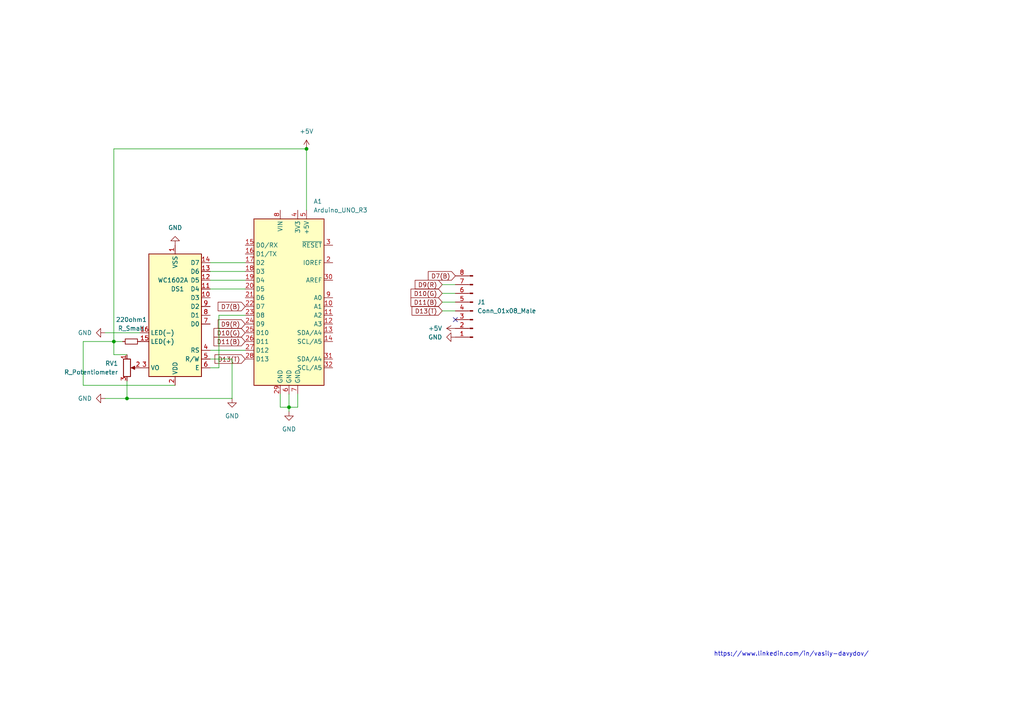
<source format=kicad_sch>
(kicad_sch (version 20211123) (generator eeschema)
  (paper "A4")
  (lib_symbols
    (symbol "Connector:Conn_01x08_Male" (pin_names (offset 1.016) hide)
      (property "Reference" "J" (at 0 10.16 0))
      (property "Value" "Conn_01x08_Male" (at 0 -12.7 0))
      (symbol "Conn_01x08_Male_1_1"
        (polyline (pts (xy 1.27 -10.16) (xy 0.8636 -10.16)) (stroke (width 0.1524)))
        (polyline (pts (xy 1.27 -7.62) (xy 0.8636 -7.62)) (stroke (width 0.1524)))
        (polyline (pts (xy 1.27 -5.08) (xy 0.8636 -5.08)) (stroke (width 0.1524)))
        (polyline (pts (xy 1.27 -2.54) (xy 0.8636 -2.54)) (stroke (width 0.1524)))
        (polyline (pts (xy 1.27 0) (xy 0.8636 0)) (stroke (width 0.1524)))
        (polyline (pts (xy 1.27 2.54) (xy 0.8636 2.54)) (stroke (width 0.1524)))
        (polyline (pts (xy 1.27 5.08) (xy 0.8636 5.08)) (stroke (width 0.1524)))
        (polyline (pts (xy 1.27 7.62) (xy 0.8636 7.62)) (stroke (width 0.1524)))
        (rectangle (start 0.8636 -10.033) (end 0 -10.287) (stroke (width 0.1524)) (fill (type outline)))
        (rectangle (start 0.8636 -7.493) (end 0 -7.747) (stroke (width 0.1524)) (fill (type outline)))
        (rectangle (start 0.8636 -4.953) (end 0 -5.207) (stroke (width 0.1524)) (fill (type outline)))
        (rectangle (start 0.8636 -2.413) (end 0 -2.667) (stroke (width 0.1524)) (fill (type outline)))
        (rectangle (start 0.8636 0.127) (end 0 -0.127) (stroke (width 0.1524)) (fill (type outline)))
        (rectangle (start 0.8636 2.667) (end 0 2.413) (stroke (width 0.1524)) (fill (type outline)))
        (rectangle (start 0.8636 5.207) (end 0 4.953) (stroke (width 0.1524)) (fill (type outline)))
        (rectangle (start 0.8636 7.747) (end 0 7.493) (stroke (width 0.1524)) (fill (type outline)))
        (pin passive line (at 5.08 7.62 180) (length 3.81) (name "Pin_1") (number "1"))
        (pin passive line (at 5.08 5.08 180) (length 3.81) (name "Pin_2") (number "2"))
        (pin passive line (at 5.08 2.54 180) (length 3.81) (name "Pin_3") (number "3"))
        (pin passive line (at 5.08 0 180) (length 3.81) (name "Pin_4") (number "4"))
        (pin passive line (at 5.08 -2.54 180) (length 3.81) (name "Pin_5") (number "5"))
        (pin passive line (at 5.08 -5.08 180) (length 3.81) (name "Pin_6") (number "6"))
        (pin passive line (at 5.08 -7.62 180) (length 3.81) (name "Pin_7") (number "7"))
        (pin passive line (at 5.08 -10.16 180) (length 3.81) (name "Pin_8") (number "8"))
      )
    )
    (symbol "Device:R_Potentiometer" (pin_names (offset 1.016) hide)
      (property "Reference" "RV" (at -4.445 0 90))
      (property "Value" "R_Potentiometer" (at -2.54 0 90))
      (symbol "R_Potentiometer_0_1"
        (polyline (pts (xy 2.54 0) (xy 1.524 0)))
        (polyline (pts (xy 1.143 0) (xy 2.286 0.508) (xy 2.286 -0.508) (xy 1.143 0)) (fill (type outline)))
        (rectangle (start 1.016 2.54) (end -1.016 -2.54) (stroke (width 0.254)))
      )
      (symbol "R_Potentiometer_1_1"
        (pin passive line (at 0 3.81 270) (length 1.27) (name "1") (number "1"))
        (pin passive line (at 3.81 0 180) (length 1.27) (name "2") (number "2"))
        (pin passive line (at 0 -3.81 90) (length 1.27) (name "3") (number "3"))
      )
    )
    (symbol "Device:R_Small" (pin_numbers hide) (pin_names (offset 0.254) hide)
      (property "Reference" "R" (at 0.762 0.508 0))
      (property "Value" "R_Small" (at 0.762 -1.016 0))
      (symbol "R_Small_0_1"
        (rectangle (start -0.762 1.778) (end 0.762 -1.778) (stroke (width 0.2032)))
      )
      (symbol "R_Small_1_1"
        (pin passive line (at 0 2.54 270) (length 0.762) (name "~") (number "1"))
        (pin passive line (at 0 -2.54 90) (length 0.762) (name "~") (number "2"))
      )
    )
    (symbol "Display_Character:WC1602A"
      (property "Reference" "DS" (at -5.842 19.05 0))
      (property "Value" "WC1602A" (at 5.334 19.05 0))
      (symbol "WC1602A_1_1"
        (rectangle (start -7.62 17.78) (end 7.62 -17.78) (stroke (width 0.254)) (fill (type background)))
        (pin power_in line (at 0 -20.32 90) (length 2.54) (name "VSS") (number "1"))
        (pin input line (at -10.16 -5.08 0) (length 2.54) (name "D3") (number "10"))
        (pin input line (at -10.16 -7.62 0) (length 2.54) (name "D4") (number "11"))
        (pin input line (at -10.16 -10.16 0) (length 2.54) (name "D5") (number "12"))
        (pin input line (at -10.16 -12.7 0) (length 2.54) (name "D6") (number "13"))
        (pin input line (at -10.16 -15.24 0) (length 2.54) (name "D7") (number "14"))
        (pin power_in line (at 10.16 7.62 180) (length 2.54) (name "LED(+)") (number "15"))
        (pin power_in line (at 10.16 5.08 180) (length 2.54) (name "LED(-)") (number "16"))
        (pin power_in line (at 0 20.32 270) (length 2.54) (name "VDD") (number "2"))
        (pin input line (at 10.16 15.24 180) (length 2.54) (name "VO") (number "3"))
        (pin input line (at -10.16 10.16 0) (length 2.54) (name "RS") (number "4"))
        (pin input line (at -10.16 12.7 0) (length 2.54) (name "R/W") (number "5"))
        (pin input line (at -10.16 15.24 0) (length 2.54) (name "E") (number "6"))
        (pin input line (at -10.16 2.54 0) (length 2.54) (name "D0") (number "7"))
        (pin input line (at -10.16 0 0) (length 2.54) (name "D1") (number "8"))
        (pin input line (at -10.16 -2.54 0) (length 2.54) (name "D2") (number "9"))
      )
    )
    (symbol "MCU_Module:Arduino_UNO_R3"
      (property "Reference" "A" (at -10.16 23.495 0))
      (property "Value" "Arduino_UNO_R3" (at 5.08 -26.67 0))
      (symbol "Arduino_UNO_R3_0_1"
        (rectangle (start -10.16 22.86) (end 10.16 -25.4) (stroke (width 0.254)) (fill (type background)))
      )
      (symbol "Arduino_UNO_R3_1_1"
        (pin no_connect line (at -10.16 -20.32 0) (length 2.54) hide (name "NC") (number "1"))
        (pin bidirectional line (at 12.7 -2.54 180) (length 2.54) (name "A1") (number "10"))
        (pin bidirectional line (at 12.7 -5.08 180) (length 2.54) (name "A2") (number "11"))
        (pin bidirectional line (at 12.7 -7.62 180) (length 2.54) (name "A3") (number "12"))
        (pin bidirectional line (at 12.7 -10.16 180) (length 2.54) (name "SDA/A4") (number "13"))
        (pin bidirectional line (at 12.7 -12.7 180) (length 2.54) (name "SCL/A5") (number "14"))
        (pin bidirectional line (at -12.7 15.24 0) (length 2.54) (name "D0/RX") (number "15"))
        (pin bidirectional line (at -12.7 12.7 0) (length 2.54) (name "D1/TX") (number "16"))
        (pin bidirectional line (at -12.7 10.16 0) (length 2.54) (name "D2") (number "17"))
        (pin bidirectional line (at -12.7 7.62 0) (length 2.54) (name "D3") (number "18"))
        (pin bidirectional line (at -12.7 5.08 0) (length 2.54) (name "D4") (number "19"))
        (pin output line (at 12.7 10.16 180) (length 2.54) (name "IOREF") (number "2"))
        (pin bidirectional line (at -12.7 2.54 0) (length 2.54) (name "D5") (number "20"))
        (pin bidirectional line (at -12.7 0 0) (length 2.54) (name "D6") (number "21"))
        (pin bidirectional line (at -12.7 -2.54 0) (length 2.54) (name "D7") (number "22"))
        (pin bidirectional line (at -12.7 -5.08 0) (length 2.54) (name "D8") (number "23"))
        (pin bidirectional line (at -12.7 -7.62 0) (length 2.54) (name "D9") (number "24"))
        (pin bidirectional line (at -12.7 -10.16 0) (length 2.54) (name "D10") (number "25"))
        (pin bidirectional line (at -12.7 -12.7 0) (length 2.54) (name "D11") (number "26"))
        (pin bidirectional line (at -12.7 -15.24 0) (length 2.54) (name "D12") (number "27"))
        (pin bidirectional line (at -12.7 -17.78 0) (length 2.54) (name "D13") (number "28"))
        (pin power_in line (at -2.54 -27.94 90) (length 2.54) (name "GND") (number "29"))
        (pin input line (at 12.7 15.24 180) (length 2.54) (name "~{RESET}") (number "3"))
        (pin input line (at 12.7 5.08 180) (length 2.54) (name "AREF") (number "30"))
        (pin bidirectional line (at 12.7 -17.78 180) (length 2.54) (name "SDA/A4") (number "31"))
        (pin bidirectional line (at 12.7 -20.32 180) (length 2.54) (name "SCL/A5") (number "32"))
        (pin power_out line (at 2.54 25.4 270) (length 2.54) (name "3V3") (number "4"))
        (pin power_out line (at 5.08 25.4 270) (length 2.54) (name "+5V") (number "5"))
        (pin power_in line (at 0 -27.94 90) (length 2.54) (name "GND") (number "6"))
        (pin power_in line (at 2.54 -27.94 90) (length 2.54) (name "GND") (number "7"))
        (pin power_in line (at -2.54 25.4 270) (length 2.54) (name "VIN") (number "8"))
        (pin bidirectional line (at 12.7 0 180) (length 2.54) (name "A0") (number "9"))
      )
    )
    (symbol "power:+5V" (power) (pin_names (offset 0))
      (property "Value" "+5V" (at 0 3.556 0))
      (symbol "+5V_0_1"
        (polyline (pts (xy -0.762 1.27) (xy 0 2.54)))
        (polyline (pts (xy 0 0) (xy 0 2.54)))
        (polyline (pts (xy 0 2.54) (xy 0.762 1.27)))
      )
      (symbol "+5V_1_1"
        (pin power_in line (at 0 0 90) (length 0) hide (name "+5V") (number "1"))
      )
    )
    (symbol "power:GND" (power) (pin_names (offset 0))
      (property "Value" "GND" (at 0 -3.81 0))
      (symbol "GND_0_1"
        (polyline (pts (xy 0 0) (xy 0 -1.27) (xy 1.27 -1.27) (xy 0 -2.54) (xy -1.27 -1.27) (xy 0 -1.27)))
      )
      (symbol "GND_1_1"
        (pin power_in line (at 0 0 270) (length 0) hide (name "GND") (number "1"))
      )
    )
  )
  (junction (at 33.02 99.06))
  (junction (at 36.83 115.57))
  (junction (at 88.9 43.18))
  (junction (at 83.82 118.11))
  (no_connect (at 132.08 92.71))
  (wire (pts (xy 60.96 78.74) (xy 71.12 78.74)))
  (wire (pts (xy 40.64 96.52) (xy 30.48 96.52)))
  (wire (pts (xy 60.96 104.14) (xy 67.31 104.14)))
  (wire (pts (xy 36.83 102.87) (xy 33.02 102.87)))
  (wire (pts (xy 83.82 114.3) (xy 83.82 118.11)))
  (wire (pts (xy 33.02 99.06) (xy 33.02 102.87)))
  (wire (pts (xy 63.5 91.44) (xy 71.12 91.44)))
  (wire (pts (xy 60.96 76.2) (xy 71.12 76.2)))
  (wire (pts (xy 128.27 85.09) (xy 132.08 85.09)))
  (wire (pts (xy 83.82 118.11) (xy 86.36 118.11)))
  (wire (pts (xy 88.9 60.96) (xy 88.9 43.18)))
  (wire (pts (xy 81.28 114.3) (xy 81.28 118.11)))
  (wire (pts (xy 35.56 99.06) (xy 33.02 99.06)))
  (wire (pts (xy 128.27 87.63) (xy 132.08 87.63)))
  (wire (pts (xy 36.83 115.57) (xy 67.31 115.57)))
  (wire (pts (xy 81.28 118.11) (xy 83.82 118.11)))
  (wire (pts (xy 50.8 111.76) (xy 24.13 111.76)))
  (wire (pts (xy 30.48 115.57) (xy 36.83 115.57)))
  (wire (pts (xy 36.83 110.49) (xy 36.83 115.57)))
  (wire (pts (xy 88.9 43.18) (xy 33.02 43.18)))
  (wire (pts (xy 67.31 104.14) (xy 67.31 115.57)))
  (wire (pts (xy 60.96 81.28) (xy 71.12 81.28)))
  (wire (pts (xy 83.82 118.11) (xy 83.82 119.38)))
  (wire (pts (xy 24.13 111.76) (xy 24.13 99.06)))
  (wire (pts (xy 63.5 106.68) (xy 63.5 91.44)))
  (wire (pts (xy 86.36 114.3) (xy 86.36 118.11)))
  (wire (pts (xy 24.13 99.06) (xy 33.02 99.06)))
  (wire (pts (xy 33.02 43.18) (xy 33.02 99.06)))
  (wire (pts (xy 128.27 82.55) (xy 132.08 82.55)))
  (wire (pts (xy 60.96 101.6) (xy 71.12 101.6)))
  (wire (pts (xy 128.27 90.17) (xy 132.08 90.17)))
  (wire (pts (xy 60.96 83.82) (xy 71.12 83.82)))
  (wire (pts (xy 60.96 106.68) (xy 63.5 106.68)))
  (text "https://www.linkedin.com/in/vasily-davydov/" (at 207.01 190.5 0) (effects (font (size 1.27 1.27)) (justify left bottom)))
  (global_label "D10(G)" (shape input) (at 128.27 85.09 180) (property "Intersheet References" "${INTERSHEET_REFS}" (effects hide)))
  (global_label "D11(B)" (shape input) (at 71.12 99.06 180) (property "Intersheet References" "${INTERSHEET_REFS}" (effects hide)))
  (global_label "D9(R)" (shape input) (at 71.12 93.98 180) (property "Intersheet References" "${INTERSHEET_REFS}" (effects hide)))
  (global_label "D7(B)" (shape input) (at 71.12 88.9 180) (property "Intersheet References" "${INTERSHEET_REFS}" (effects hide)))
  (global_label "D13(T)" (shape input) (at 128.27 90.17 180) (property "Intersheet References" "${INTERSHEET_REFS}" (effects hide)))
  (global_label "D7(B)" (shape input) (at 132.08 80.01 180) (property "Intersheet References" "${INTERSHEET_REFS}" (effects hide)))
  (global_label "D13(T)" (shape input) (at 71.12 104.14 180) (property "Intersheet References" "${INTERSHEET_REFS}" (effects hide)))
  (global_label "D11(B)" (shape input) (at 128.27 87.63 180) (property "Intersheet References" "${INTERSHEET_REFS}" (effects hide)))
  (global_label "D10(G)" (shape input) (at 71.12 96.52 180) (property "Intersheet References" "${INTERSHEET_REFS}" (effects hide)))
  (global_label "D9(R)" (shape input) (at 128.27 82.55 180) (property "Intersheet References" "${INTERSHEET_REFS}" (effects hide)))
  (symbol (lib_id "Display_Character:WC1602A") (at 50.8 91.44 180) (unit 1)
    (property "Reference" "DS1" (at 49.53 83.82 0) (effects (justify right)))
    (property "Value" "WC1602A" (at 45.72 81.28 0) (effects (justify right)))
    (property "Footprint" "Display:WC1602A" (effects hide))
    (property "Datasheet" "http://www.wincomlcd.com/pdf/WC1602A-SFYLYHTC06.pdf" (effects hide))
  )
  (symbol (lib_id "power:GND") (at 83.82 119.38 0) (unit 1)
    (property "Reference" "#PWR0102" (effects hide))
    (property "Value" "GND" (at 83.82 124.46 0))
  )
  (symbol (lib_id "power:GND") (at 67.31 115.57 0) (unit 1)
    (property "Reference" "#PWR0103" (effects hide))
    (property "Value" "GND" (at 67.31 120.65 0))
  )
  (symbol (lib_id "Device:R_Small") (at 38.1 99.06 90) (unit 1)
    (property "Reference" "220ohm1" (at 38.1 92.71 90))
    (property "Value" "R_Small" (at 38.1 95.25 90))
    (property "Footprint" "Resistor_THT:R_Axial_DIN0207_L6.3mm_D2.5mm_P10.16mm_Horizontal" (effects hide))
  )
  (symbol (lib_id "power:GND") (at 50.8 71.12 180) (unit 1)
    (property "Reference" "#PWR0101" (effects hide))
    (property "Value" "GND" (at 50.8 66.04 0))
  )
  (symbol (lib_id "power:+5V") (at 88.9 43.18 0) (unit 1)
    (property "Reference" "#PWR0106" (effects hide))
    (property "Value" "+5V" (at 88.9 38.1 0))
  )
  (symbol (lib_id "power:GND") (at 30.48 115.57 270) (unit 1)
    (property "Reference" "#PWR0105" (effects hide))
    (property "Value" "GND" (at 26.67 115.5699 90) (effects (justify right)))
  )
  (symbol (lib_id "power:GND") (at 132.08 97.79 270) (unit 1)
    (property "Reference" "#PWR0107" (effects hide))
    (property "Value" "GND" (at 128.27 97.7899 90) (effects (justify right)))
  )
  (symbol (lib_id "Connector:Conn_01x08_Male") (at 137.16 90.17 180) (unit 1)
    (property "Reference" "J1" (at 138.43 87.6299 0) (effects (justify right)))
    (property "Value" "Conn_01x08_Male" (at 138.43 90.1699 0) (effects (justify right)))
    (property "Footprint" "Connector_PinHeader_2.54mm:PinHeader_1x08_P2.54mm_Horizontal" (effects hide))
  )
  (symbol (lib_id "Device:R_Potentiometer") (at 36.83 106.68 0) (unit 1)
    (property "Reference" "RV1" (at 34.29 105.4099 0) (effects (justify right)))
    (property "Value" "R_Potentiometer" (at 34.29 107.9499 0) (effects (justify right)))
    (property "Footprint" "Potentiometer_THT:Potentiometer_Piher_PT-15-V15_Vertical" (effects hide))
  )
  (symbol (lib_id "MCU_Module:Arduino_UNO_R3") (at 83.82 86.36 0) (unit 1)
    (property "Reference" "A1" (at 90.9194 58.42 0) (effects (justify left)))
    (property "Value" "Arduino_UNO_R3" (at 90.9194 60.96 0) (effects (justify left)))
    (property "Footprint" "Module:Arduino_UNO_R3" (effects hide))
    (property "Datasheet" "https://www.arduino.cc/en/Main/arduinoBoardUno" (effects hide))
  )
  (symbol (lib_id "power:+5V") (at 132.08 95.25 90) (unit 1)
    (property "Reference" "#PWR0108" (effects hide))
    (property "Value" "+5V" (at 128.27 95.2499 90) (effects (justify left)))
  )
  (symbol (lib_id "power:GND") (at 30.48 96.52 270) (unit 1)
    (property "Reference" "#PWR0104" (effects hide))
    (property "Value" "GND" (at 26.67 96.5199 90) (effects (justify right)))
  )
)
</source>
